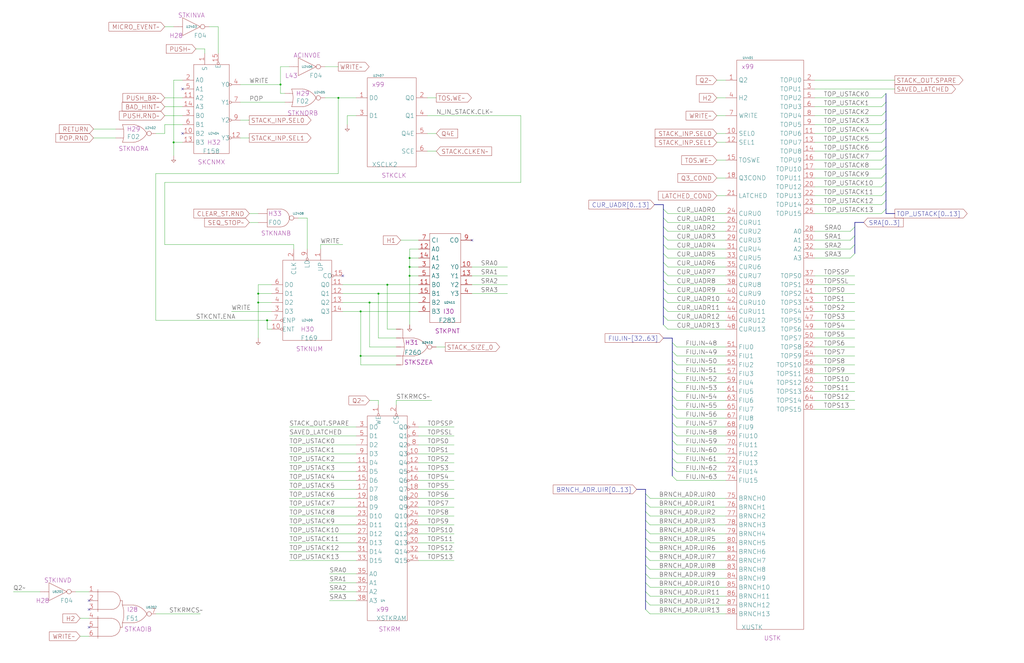
<source format=kicad_sch>
(kicad_sch (version 20230121) (generator eeschema)
  (paper "User" 584.2 378.46)
  (title_block (title "MICRO STACK INPUT MUX & RAMS") (date "22-MAY-90") (rev "1.0") (comment 1 "SEQUENCER") (comment 2 "232-003064") (comment 3 "S400") (comment 4 "RELEASED"))
  (junction (at 233.68 152.4))
  (junction (at 220.98 162.56))
  (junction (at 147.32 172.72))
  (junction (at 233.68 157.48))
  (junction (at 205.74 177.8))
  (junction (at 215.9 167.64))
  (junction (at 99.06 81.28))
  (junction (at 210.82 172.72))
  (junction (at 160.02 48.26))
  (junction (at 205.74 203.2))
  (junction (at 147.32 167.64))
  (junction (at 233.68 147.32))
  (junction (at 152.4 182.88))
  (junction (at 193.04 55.88))
  (no_connect (at 50.8 347.98))
  (no_connect (at 50.8 342.9))
  (no_connect (at 104.14 76.2))
  (no_connect (at 50.8 358.14))
  (no_connect (at 269.24 137.16))
  (no_connect (at 195.58 157.48))
  (no_connect (at 104.14 50.8))
  (bus_entry (at 383.54 205.74) (size 2.54 2.54))
  (bus_entry (at 505.46 78.74) (size -2.54 2.54))
  (bus_entry (at 368.3 347.98) (size 2.54 2.54))
  (bus_entry (at 378.46 124.46) (size 2.54 2.54))
  (bus_entry (at 383.54 215.9) (size 2.54 2.54))
  (bus_entry (at 368.3 302.26) (size 2.54 2.54))
  (bus_entry (at 505.46 109.22) (size -2.54 2.54))
  (bus_entry (at 383.54 226.06) (size 2.54 2.54))
  (bus_entry (at 368.3 317.5) (size 2.54 2.54))
  (bus_entry (at 505.46 83.82) (size -2.54 2.54))
  (bus_entry (at 383.54 251.46) (size 2.54 2.54))
  (bus_entry (at 383.54 261.62) (size 2.54 2.54))
  (bus_entry (at 378.46 139.7) (size 2.54 2.54))
  (bus_entry (at 368.3 322.58) (size 2.54 2.54))
  (bus_entry (at 505.46 114.3) (size -2.54 2.54))
  (bus_entry (at 383.54 246.38) (size 2.54 2.54))
  (bus_entry (at 505.46 99.06) (size -2.54 2.54))
  (bus_entry (at 378.46 149.86) (size 2.54 2.54))
  (bus_entry (at 368.3 327.66) (size 2.54 2.54))
  (bus_entry (at 378.46 180.34) (size 2.54 2.54))
  (bus_entry (at 487.68 129.54) (size -2.54 2.54))
  (bus_entry (at 383.54 236.22) (size 2.54 2.54))
  (bus_entry (at 378.46 134.62) (size 2.54 2.54))
  (bus_entry (at 383.54 220.98) (size 2.54 2.54))
  (bus_entry (at 368.3 307.34) (size 2.54 2.54))
  (bus_entry (at 378.46 154.94) (size 2.54 2.54))
  (bus_entry (at 378.46 165.1) (size 2.54 2.54))
  (bus_entry (at 487.68 134.62) (size -2.54 2.54))
  (bus_entry (at 505.46 119.38) (size -2.54 2.54))
  (bus_entry (at 383.54 210.82) (size 2.54 2.54))
  (bus_entry (at 505.46 104.14) (size -2.54 2.54))
  (bus_entry (at 487.68 144.78) (size -2.54 2.54))
  (bus_entry (at 383.54 195.58) (size 2.54 2.54))
  (bus_entry (at 383.54 231.14) (size 2.54 2.54))
  (bus_entry (at 383.54 256.54) (size 2.54 2.54))
  (bus_entry (at 368.3 281.94) (size 2.54 2.54))
  (bus_entry (at 505.46 58.42) (size -2.54 2.54))
  (bus_entry (at 368.3 332.74) (size 2.54 2.54))
  (bus_entry (at 368.3 292.1) (size 2.54 2.54))
  (bus_entry (at 505.46 68.58) (size -2.54 2.54))
  (bus_entry (at 383.54 200.66) (size 2.54 2.54))
  (bus_entry (at 368.3 342.9) (size 2.54 2.54))
  (bus_entry (at 368.3 312.42) (size 2.54 2.54))
  (bus_entry (at 383.54 271.78) (size 2.54 2.54))
  (bus_entry (at 383.54 266.7) (size 2.54 2.54))
  (bus_entry (at 505.46 93.98) (size -2.54 2.54))
  (bus_entry (at 487.68 139.7) (size -2.54 2.54))
  (bus_entry (at 505.46 63.5) (size -2.54 2.54))
  (bus_entry (at 378.46 160.02) (size 2.54 2.54))
  (bus_entry (at 378.46 119.38) (size 2.54 2.54))
  (bus_entry (at 368.3 297.18) (size 2.54 2.54))
  (bus_entry (at 368.3 287.02) (size 2.54 2.54))
  (bus_entry (at 383.54 241.3) (size 2.54 2.54))
  (bus_entry (at 505.46 73.66) (size -2.54 2.54))
  (bus_entry (at 378.46 144.78) (size 2.54 2.54))
  (bus_entry (at 378.46 175.26) (size 2.54 2.54))
  (bus_entry (at 378.46 185.42) (size 2.54 2.54))
  (bus_entry (at 368.3 337.82) (size 2.54 2.54))
  (bus_entry (at 505.46 88.9) (size -2.54 2.54))
  (bus_entry (at 505.46 53.34) (size -2.54 2.54))
  (bus_entry (at 378.46 129.54) (size 2.54 2.54))
  (bus_entry (at 378.46 170.18) (size 2.54 2.54))
  (wire (pts (xy 165.1 314.96) (xy 203.2 314.96)))
  (bus (pts (xy 505.46 119.38) (xy 505.46 121.92)))
  (wire (pts (xy 53.34 78.74) (xy 66.04 78.74)))
  (wire (pts (xy 464.82 60.96) (xy 502.92 60.96)))
  (bus (pts (xy 505.46 104.14) (xy 505.46 109.22)))
  (wire (pts (xy 248.92 198.12) (xy 254 198.12)))
  (wire (pts (xy 165.1 248.92) (xy 203.2 248.92)))
  (wire (pts (xy 464.82 76.2) (xy 502.92 76.2)))
  (wire (pts (xy 370.84 350.52) (xy 414.02 350.52)))
  (wire (pts (xy 160.02 53.34) (xy 160.02 48.26)))
  (wire (pts (xy 226.06 228.6) (xy 226.06 231.14)))
  (wire (pts (xy 238.76 294.64) (xy 259.08 294.64)))
  (bus (pts (xy 373.38 116.84) (xy 378.46 116.84)))
  (wire (pts (xy 238.76 248.92) (xy 259.08 248.92)))
  (wire (pts (xy 381 187.96) (xy 414.02 187.96)))
  (wire (pts (xy 238.76 254) (xy 259.08 254)))
  (wire (pts (xy 226.06 198.12) (xy 210.82 198.12)))
  (wire (pts (xy 93.98 55.88) (xy 104.14 55.88)))
  (wire (pts (xy 187.96 327.66) (xy 203.2 327.66)))
  (wire (pts (xy 205.74 177.8) (xy 205.74 203.2)))
  (wire (pts (xy 370.84 320.04) (xy 414.02 320.04)))
  (wire (pts (xy 238.76 299.72) (xy 259.08 299.72)))
  (wire (pts (xy 408.94 45.72) (xy 414.02 45.72)))
  (wire (pts (xy 210.82 228.6) (xy 215.9 228.6)))
  (wire (pts (xy 147.32 167.64) (xy 147.32 172.72)))
  (wire (pts (xy 233.68 157.48) (xy 238.76 157.48)))
  (wire (pts (xy 88.9 350.52) (xy 114.3 350.52)))
  (wire (pts (xy 142.24 121.92) (xy 147.32 121.92)))
  (wire (pts (xy 370.84 309.88) (xy 414.02 309.88)))
  (wire (pts (xy 464.82 208.28) (xy 487.68 208.28)))
  (wire (pts (xy 370.84 345.44) (xy 414.02 345.44)))
  (wire (pts (xy 45.72 353.06) (xy 50.8 353.06)))
  (wire (pts (xy 93.98 104.14) (xy 93.98 139.7)))
  (wire (pts (xy 238.76 147.32) (xy 233.68 147.32)))
  (wire (pts (xy 147.32 172.72) (xy 147.32 193.04)))
  (wire (pts (xy 99.06 81.28) (xy 99.06 88.9)))
  (wire (pts (xy 464.82 223.52) (xy 487.68 223.52)))
  (wire (pts (xy 187.96 332.74) (xy 203.2 332.74)))
  (wire (pts (xy 370.84 314.96) (xy 414.02 314.96)))
  (bus (pts (xy 368.3 322.58) (xy 368.3 327.66)))
  (wire (pts (xy 170.18 124.46) (xy 175.26 124.46)))
  (wire (pts (xy 464.82 66.04) (xy 502.92 66.04)))
  (wire (pts (xy 195.58 167.64) (xy 215.9 167.64)))
  (wire (pts (xy 175.26 124.46) (xy 175.26 142.24)))
  (wire (pts (xy 43.18 337.82) (xy 50.8 337.82)))
  (bus (pts (xy 378.46 185.42) (xy 378.46 180.34)))
  (wire (pts (xy 187.96 337.82) (xy 203.2 337.82)))
  (bus (pts (xy 383.54 193.04) (xy 383.54 195.58)))
  (wire (pts (xy 185.42 38.1) (xy 193.04 38.1)))
  (wire (pts (xy 195.58 177.8) (xy 205.74 177.8)))
  (bus (pts (xy 368.3 337.82) (xy 368.3 342.9)))
  (bus (pts (xy 368.3 327.66) (xy 368.3 332.74)))
  (wire (pts (xy 386.08 223.52) (xy 414.02 223.52)))
  (bus (pts (xy 368.3 292.1) (xy 368.3 297.18)))
  (wire (pts (xy 182.88 139.7) (xy 195.58 139.7)))
  (bus (pts (xy 368.3 287.02) (xy 368.3 292.1)))
  (wire (pts (xy 464.82 218.44) (xy 487.68 218.44)))
  (wire (pts (xy 165.1 264.16) (xy 203.2 264.16)))
  (wire (pts (xy 464.82 111.76) (xy 502.92 111.76)))
  (wire (pts (xy 238.76 274.32) (xy 259.08 274.32)))
  (bus (pts (xy 378.46 119.38) (xy 378.46 124.46)))
  (wire (pts (xy 238.76 243.84) (xy 259.08 243.84)))
  (wire (pts (xy 464.82 177.8) (xy 487.68 177.8)))
  (wire (pts (xy 297.18 66.04) (xy 297.18 104.14)))
  (bus (pts (xy 378.46 175.26) (xy 378.46 180.34)))
  (bus (pts (xy 378.46 124.46) (xy 378.46 129.54)))
  (bus (pts (xy 368.3 332.74) (xy 368.3 337.82)))
  (wire (pts (xy 464.82 45.72) (xy 510.54 45.72)))
  (wire (pts (xy 464.82 233.68) (xy 487.68 233.68)))
  (wire (pts (xy 386.08 213.36) (xy 414.02 213.36)))
  (wire (pts (xy 464.82 167.64) (xy 487.68 167.64)))
  (wire (pts (xy 408.94 76.2) (xy 414.02 76.2)))
  (wire (pts (xy 195.58 172.72) (xy 210.82 172.72)))
  (wire (pts (xy 137.16 78.74) (xy 142.24 78.74)))
  (wire (pts (xy 205.74 203.2) (xy 226.06 203.2)))
  (bus (pts (xy 378.46 119.38) (xy 378.46 116.84)))
  (wire (pts (xy 93.98 76.2) (xy 93.98 71.12)))
  (wire (pts (xy 243.84 86.36) (xy 248.92 86.36)))
  (bus (pts (xy 368.3 279.4) (xy 368.3 281.94)))
  (wire (pts (xy 238.76 264.16) (xy 259.08 264.16)))
  (wire (pts (xy 45.72 363.22) (xy 50.8 363.22)))
  (wire (pts (xy 464.82 91.44) (xy 502.92 91.44)))
  (wire (pts (xy 381 162.56) (xy 414.02 162.56)))
  (wire (pts (xy 210.82 172.72) (xy 210.82 198.12)))
  (wire (pts (xy 408.94 66.04) (xy 414.02 66.04)))
  (wire (pts (xy 165.1 259.08) (xy 203.2 259.08)))
  (wire (pts (xy 165.1 299.72) (xy 203.2 299.72)))
  (wire (pts (xy 238.76 314.96) (xy 259.08 314.96)))
  (wire (pts (xy 381 167.64) (xy 414.02 167.64)))
  (wire (pts (xy 210.82 172.72) (xy 238.76 172.72)))
  (wire (pts (xy 198.12 71.12) (xy 198.12 66.04)))
  (wire (pts (xy 464.82 81.28) (xy 502.92 81.28)))
  (wire (pts (xy 238.76 259.08) (xy 259.08 259.08)))
  (bus (pts (xy 383.54 210.82) (xy 383.54 215.9)))
  (wire (pts (xy 381 121.92) (xy 414.02 121.92)))
  (wire (pts (xy 88.9 182.88) (xy 152.4 182.88)))
  (wire (pts (xy 386.08 243.84) (xy 414.02 243.84)))
  (wire (pts (xy 238.76 142.24) (xy 233.68 142.24)))
  (wire (pts (xy 88.9 99.06) (xy 88.9 182.88)))
  (wire (pts (xy 408.94 101.6) (xy 414.02 101.6)))
  (wire (pts (xy 132.08 177.8) (xy 154.94 177.8)))
  (wire (pts (xy 269.24 167.64) (xy 289.56 167.64)))
  (wire (pts (xy 193.04 55.88) (xy 185.42 55.88)))
  (wire (pts (xy 111.76 27.94) (xy 116.84 27.94)))
  (bus (pts (xy 378.46 154.94) (xy 378.46 160.02)))
  (wire (pts (xy 464.82 193.04) (xy 487.68 193.04)))
  (bus (pts (xy 383.54 200.66) (xy 383.54 205.74)))
  (wire (pts (xy 88.9 76.2) (xy 93.98 76.2)))
  (bus (pts (xy 383.54 195.58) (xy 383.54 200.66)))
  (wire (pts (xy 198.12 66.04) (xy 203.2 66.04)))
  (wire (pts (xy 408.94 111.76) (xy 414.02 111.76)))
  (wire (pts (xy 370.84 340.36) (xy 414.02 340.36)))
  (wire (pts (xy 464.82 162.56) (xy 487.68 162.56)))
  (bus (pts (xy 505.46 83.82) (xy 505.46 88.9)))
  (wire (pts (xy 226.06 208.28) (xy 205.74 208.28)))
  (wire (pts (xy 381 147.32) (xy 414.02 147.32)))
  (wire (pts (xy 381 182.88) (xy 414.02 182.88)))
  (bus (pts (xy 383.54 256.54) (xy 383.54 261.62)))
  (wire (pts (xy 386.08 228.6) (xy 414.02 228.6)))
  (wire (pts (xy 485.14 142.24) (xy 464.82 142.24)))
  (wire (pts (xy 408.94 81.28) (xy 414.02 81.28)))
  (wire (pts (xy 381 157.48) (xy 414.02 157.48)))
  (bus (pts (xy 505.46 78.74) (xy 505.46 83.82)))
  (bus (pts (xy 368.3 342.9) (xy 368.3 347.98)))
  (wire (pts (xy 119.38 15.24) (xy 124.46 15.24)))
  (wire (pts (xy 165.1 284.48) (xy 203.2 284.48)))
  (wire (pts (xy 464.82 172.72) (xy 487.68 172.72)))
  (wire (pts (xy 137.16 48.26) (xy 160.02 48.26)))
  (wire (pts (xy 464.82 157.48) (xy 487.68 157.48)))
  (wire (pts (xy 165.1 279.4) (xy 203.2 279.4)))
  (wire (pts (xy 187.96 342.9) (xy 203.2 342.9)))
  (wire (pts (xy 165.1 320.04) (xy 203.2 320.04)))
  (wire (pts (xy 381 142.24) (xy 414.02 142.24)))
  (wire (pts (xy 238.76 279.4) (xy 259.08 279.4)))
  (wire (pts (xy 193.04 99.06) (xy 88.9 99.06)))
  (bus (pts (xy 505.46 99.06) (xy 505.46 104.14)))
  (wire (pts (xy 464.82 55.88) (xy 502.92 55.88)))
  (wire (pts (xy 269.24 162.56) (xy 289.56 162.56)))
  (bus (pts (xy 505.46 68.58) (xy 505.46 73.66)))
  (wire (pts (xy 99.06 45.72) (xy 99.06 81.28)))
  (bus (pts (xy 505.46 109.22) (xy 505.46 114.3)))
  (wire (pts (xy 464.82 187.96) (xy 487.68 187.96)))
  (bus (pts (xy 378.46 149.86) (xy 378.46 154.94)))
  (bus (pts (xy 383.54 215.9) (xy 383.54 220.98)))
  (wire (pts (xy 243.84 76.2) (xy 248.92 76.2)))
  (bus (pts (xy 505.46 63.5) (xy 505.46 68.58)))
  (bus (pts (xy 487.68 134.62) (xy 487.68 139.7)))
  (wire (pts (xy 464.82 228.6) (xy 487.68 228.6)))
  (wire (pts (xy 124.46 15.24) (xy 124.46 30.48)))
  (wire (pts (xy 220.98 162.56) (xy 220.98 187.96)))
  (wire (pts (xy 381 177.8) (xy 414.02 177.8)))
  (wire (pts (xy 142.24 127) (xy 147.32 127)))
  (bus (pts (xy 378.46 193.04) (xy 383.54 193.04)))
  (wire (pts (xy 464.82 86.36) (xy 502.92 86.36)))
  (wire (pts (xy 160.02 38.1) (xy 165.1 38.1)))
  (wire (pts (xy 243.84 55.88) (xy 248.92 55.88)))
  (wire (pts (xy 386.08 259.08) (xy 414.02 259.08)))
  (bus (pts (xy 383.54 241.3) (xy 383.54 236.22)))
  (wire (pts (xy 228.6 137.16) (xy 238.76 137.16)))
  (wire (pts (xy 386.08 264.16) (xy 414.02 264.16)))
  (wire (pts (xy 370.84 299.72) (xy 414.02 299.72)))
  (wire (pts (xy 238.76 152.4) (xy 233.68 152.4)))
  (bus (pts (xy 378.46 134.62) (xy 378.46 139.7)))
  (wire (pts (xy 165.1 294.64) (xy 203.2 294.64)))
  (wire (pts (xy 238.76 309.88) (xy 259.08 309.88)))
  (wire (pts (xy 485.14 137.16) (xy 464.82 137.16)))
  (wire (pts (xy 193.04 99.06) (xy 193.04 55.88)))
  (wire (pts (xy 381 172.72) (xy 414.02 172.72)))
  (bus (pts (xy 383.54 205.74) (xy 383.54 210.82)))
  (wire (pts (xy 137.16 58.42) (xy 162.56 58.42)))
  (wire (pts (xy 238.76 304.8) (xy 259.08 304.8)))
  (wire (pts (xy 167.64 139.7) (xy 167.64 142.24)))
  (wire (pts (xy 485.14 132.08) (xy 464.82 132.08)))
  (bus (pts (xy 505.46 58.42) (xy 505.46 63.5)))
  (wire (pts (xy 370.84 335.28) (xy 414.02 335.28)))
  (wire (pts (xy 215.9 228.6) (xy 215.9 231.14)))
  (wire (pts (xy 408.94 55.88) (xy 414.02 55.88)))
  (wire (pts (xy 381 132.08) (xy 414.02 132.08)))
  (wire (pts (xy 165.1 254) (xy 203.2 254)))
  (wire (pts (xy 233.68 185.42) (xy 233.68 157.48)))
  (wire (pts (xy 370.84 294.64) (xy 414.02 294.64)))
  (bus (pts (xy 368.3 302.26) (xy 368.3 307.34)))
  (wire (pts (xy 386.08 254) (xy 414.02 254)))
  (wire (pts (xy 408.94 91.44) (xy 414.02 91.44)))
  (wire (pts (xy 220.98 162.56) (xy 238.76 162.56)))
  (wire (pts (xy 116.84 30.48) (xy 116.84 27.94)))
  (wire (pts (xy 370.84 289.56) (xy 414.02 289.56)))
  (bus (pts (xy 505.46 93.98) (xy 505.46 99.06)))
  (wire (pts (xy 370.84 330.2) (xy 414.02 330.2)))
  (wire (pts (xy 147.32 172.72) (xy 154.94 172.72)))
  (wire (pts (xy 93.98 139.7) (xy 167.64 139.7)))
  (wire (pts (xy 215.9 167.64) (xy 238.76 167.64)))
  (wire (pts (xy 233.68 152.4) (xy 233.68 157.48)))
  (bus (pts (xy 368.3 302.26) (xy 368.3 297.18)))
  (wire (pts (xy 154.94 162.56) (xy 147.32 162.56)))
  (wire (pts (xy 370.84 325.12) (xy 414.02 325.12)))
  (wire (pts (xy 93.98 71.12) (xy 104.14 71.12)))
  (wire (pts (xy 370.84 304.8) (xy 414.02 304.8)))
  (bus (pts (xy 383.54 246.38) (xy 383.54 241.3)))
  (wire (pts (xy 165.1 269.24) (xy 203.2 269.24)))
  (wire (pts (xy 386.08 203.2) (xy 414.02 203.2)))
  (wire (pts (xy 233.68 147.32) (xy 233.68 152.4)))
  (bus (pts (xy 505.46 53.34) (xy 505.46 58.42)))
  (bus (pts (xy 383.54 251.46) (xy 383.54 246.38)))
  (bus (pts (xy 487.68 139.7) (xy 487.68 144.78)))
  (bus (pts (xy 383.54 261.62) (xy 383.54 266.7)))
  (wire (pts (xy 152.4 187.96) (xy 152.4 182.88)))
  (wire (pts (xy 464.82 106.68) (xy 502.92 106.68)))
  (wire (pts (xy 464.82 121.92) (xy 502.92 121.92)))
  (wire (pts (xy 205.74 208.28) (xy 205.74 203.2)))
  (wire (pts (xy 147.32 162.56) (xy 147.32 167.64)))
  (bus (pts (xy 378.46 144.78) (xy 378.46 149.86)))
  (wire (pts (xy 147.32 167.64) (xy 154.94 167.64)))
  (wire (pts (xy 226.06 187.96) (xy 220.98 187.96)))
  (bus (pts (xy 368.3 312.42) (xy 368.3 317.5)))
  (wire (pts (xy 154.94 182.88) (xy 152.4 182.88)))
  (wire (pts (xy 386.08 248.92) (xy 414.02 248.92)))
  (wire (pts (xy 386.08 208.28) (xy 414.02 208.28)))
  (wire (pts (xy 165.1 304.8) (xy 203.2 304.8)))
  (wire (pts (xy 464.82 198.12) (xy 487.68 198.12)))
  (wire (pts (xy 93.98 60.96) (xy 104.14 60.96)))
  (wire (pts (xy 381 127) (xy 414.02 127)))
  (wire (pts (xy 464.82 116.84) (xy 502.92 116.84)))
  (wire (pts (xy 215.9 167.64) (xy 215.9 193.04)))
  (wire (pts (xy 269.24 152.4) (xy 289.56 152.4)))
  (wire (pts (xy 53.34 73.66) (xy 66.04 73.66)))
  (wire (pts (xy 238.76 269.24) (xy 259.08 269.24)))
  (wire (pts (xy 381 152.4) (xy 414.02 152.4)))
  (bus (pts (xy 383.54 251.46) (xy 383.54 256.54)))
  (wire (pts (xy 464.82 213.36) (xy 487.68 213.36)))
  (wire (pts (xy 386.08 269.24) (xy 414.02 269.24)))
  (wire (pts (xy 464.82 203.2) (xy 487.68 203.2)))
  (wire (pts (xy 386.08 238.76) (xy 414.02 238.76)))
  (bus (pts (xy 487.68 129.54) (xy 487.68 134.62)))
  (wire (pts (xy 464.82 182.88) (xy 487.68 182.88)))
  (bus (pts (xy 378.46 170.18) (xy 378.46 175.26)))
  (bus (pts (xy 383.54 220.98) (xy 383.54 226.06)))
  (bus (pts (xy 368.3 307.34) (xy 368.3 312.42)))
  (bus (pts (xy 505.46 121.92) (xy 510.54 121.92)))
  (wire (pts (xy 99.06 81.28) (xy 104.14 81.28)))
  (wire (pts (xy 386.08 198.12) (xy 414.02 198.12)))
  (wire (pts (xy 464.82 101.6) (xy 502.92 101.6)))
  (wire (pts (xy 7.62 337.82) (xy 22.86 337.82)))
  (bus (pts (xy 383.54 226.06) (xy 383.54 231.14)))
  (wire (pts (xy 162.56 53.34) (xy 160.02 53.34)))
  (wire (pts (xy 485.14 147.32) (xy 464.82 147.32)))
  (wire (pts (xy 203.2 55.88) (xy 193.04 55.88)))
  (wire (pts (xy 464.82 50.8) (xy 510.54 50.8)))
  (bus (pts (xy 368.3 281.94) (xy 368.3 287.02)))
  (wire (pts (xy 243.84 66.04) (xy 297.18 66.04)))
  (wire (pts (xy 246.38 228.6) (xy 226.06 228.6)))
  (wire (pts (xy 386.08 233.68) (xy 414.02 233.68)))
  (wire (pts (xy 297.18 104.14) (xy 93.98 104.14)))
  (wire (pts (xy 386.08 274.32) (xy 414.02 274.32)))
  (wire (pts (xy 464.82 96.52) (xy 502.92 96.52)))
  (bus (pts (xy 487.68 127) (xy 492.76 127)))
  (wire (pts (xy 165.1 309.88) (xy 203.2 309.88)))
  (bus (pts (xy 378.46 129.54) (xy 378.46 134.62)))
  (bus (pts (xy 505.46 73.66) (xy 505.46 78.74)))
  (wire (pts (xy 93.98 15.24) (xy 99.06 15.24)))
  (wire (pts (xy 370.84 284.48) (xy 414.02 284.48)))
  (wire (pts (xy 233.68 142.24) (xy 233.68 147.32)))
  (wire (pts (xy 464.82 71.12) (xy 502.92 71.12)))
  (bus (pts (xy 378.46 165.1) (xy 378.46 170.18)))
  (bus (pts (xy 383.54 231.14) (xy 383.54 236.22)))
  (wire (pts (xy 182.88 142.24) (xy 182.88 139.7)))
  (bus (pts (xy 383.54 266.7) (xy 383.54 271.78)))
  (wire (pts (xy 238.76 284.48) (xy 259.08 284.48)))
  (wire (pts (xy 165.1 274.32) (xy 203.2 274.32)))
  (bus (pts (xy 505.46 88.9) (xy 505.46 93.98)))
  (wire (pts (xy 160.02 38.1) (xy 160.02 48.26)))
  (wire (pts (xy 104.14 45.72) (xy 99.06 45.72)))
  (wire (pts (xy 381 137.16) (xy 414.02 137.16)))
  (bus (pts (xy 505.46 114.3) (xy 505.46 119.38)))
  (wire (pts (xy 386.08 218.44) (xy 414.02 218.44)))
  (bus (pts (xy 378.46 160.02) (xy 378.46 165.1)))
  (wire (pts (xy 137.16 68.58) (xy 142.24 68.58)))
  (wire (pts (xy 195.58 162.56) (xy 220.98 162.56)))
  (wire (pts (xy 205.74 177.8) (xy 238.76 177.8)))
  (wire (pts (xy 154.94 187.96) (xy 152.4 187.96)))
  (wire (pts (xy 238.76 320.04) (xy 259.08 320.04)))
  (wire (pts (xy 165.1 289.56) (xy 203.2 289.56)))
  (wire (pts (xy 238.76 289.56) (xy 259.08 289.56)))
  (bus (pts (xy 378.46 139.7) (xy 378.46 144.78)))
  (bus (pts (xy 363.22 279.4) (xy 368.3 279.4)))
  (wire (pts (xy 165.1 243.84) (xy 203.2 243.84)))
  (bus (pts (xy 368.3 317.5) (xy 368.3 322.58)))
  (wire (pts (xy 226.06 193.04) (xy 215.9 193.04)))
  (bus (pts (xy 487.68 127) (xy 487.68 129.54)))
  (wire (pts (xy 93.98 66.04) (xy 104.14 66.04)))
  (wire (pts (xy 269.24 157.48) (xy 289.56 157.48)))
  (label "BRNCH_ADR.UIR4" (at 375.92 304.8 0) (effects (font (size 2.54 2.54))))
  (label "TOP_USTACK4" (at 165.1 274.32 0) (effects (font (size 2.54 2.54))))
  (label "TOP_USTACK7" (at 469.9 91.44 0) (effects (font (size 2.54 2.54))))
  (label "SRA1" (at 274.32 157.48 0) (effects (font (size 2.54 2.54))))
  (label "FIU.IN~58" (at 391.16 248.92 0) (effects (font (size 2.54 2.54))))
  (label "TOPSSL" (at 469.9 162.56 0) (effects (font (size 2.54 2.54))))
  (label "TOPS2" (at 469.9 177.8 0) (effects (font (size 2.54 2.54))))
  (label "BRNCH_ADR.UIR0" (at 375.92 284.48 0) (effects (font (size 2.54 2.54))))
  (label "SRA3" (at 480.06 147.32 180) (effects (font (size 2.54 2.54))))
  (label "CUR_UADR7" (at 386.08 157.48 0) (effects (font (size 2.54 2.54))))
  (label "TOPS0" (at 243.84 254 0) (effects (font (size 2.54 2.54))))
  (label "CUR_UADR5" (at 386.08 147.32 0) (effects (font (size 2.54 2.54))))
  (label "STACK_OUT.SPARE" (at 165.1 243.84 0) (effects (font (size 2.54 2.54))))
  (label "CUR_UADR11" (at 386.08 177.8 0) (effects (font (size 2.54 2.54))))
  (label "TOPS9" (at 243.84 299.72 0) (effects (font (size 2.54 2.54))))
  (label "TOPS7" (at 469.9 203.2 0) (effects (font (size 2.54 2.54))))
  (label "FIU.IN~49" (at 391.16 203.2 0) (effects (font (size 2.54 2.54))))
  (label "CUR_UADR9" (at 386.08 167.64 0) (effects (font (size 2.54 2.54))))
  (label "BRNCH_ADR.UIR10" (at 375.92 335.28 0) (effects (font (size 2.54 2.54))))
  (label "SRA1" (at 480.06 137.16 180) (effects (font (size 2.54 2.54))))
  (label "SRA2" (at 187.96 337.82 0) (effects (font (size 2.54 2.54))))
  (label "TOP_USTACK0" (at 165.1 254 0) (effects (font (size 2.54 2.54))))
  (label "TOP_USTACK5" (at 165.1 279.4 0) (effects (font (size 2.54 2.54))))
  (label "Q2~" (at 7.62 337.82 0) (effects (font (size 2.54 2.54))))
  (label "TOPS12" (at 469.9 228.6 0) (effects (font (size 2.54 2.54))))
  (label "FIU.IN~55" (at 391.16 233.68 0) (effects (font (size 2.54 2.54))))
  (label "WRITE" (at 182.88 139.7 0) (effects (font (size 2.54 2.54))))
  (label "CUR_UADR6" (at 386.08 152.4 0) (effects (font (size 2.54 2.54))))
  (label "BRNCH_ADR.UIR2" (at 375.92 294.64 0) (effects (font (size 2.54 2.54))))
  (label "TOPS6" (at 243.84 284.48 0) (effects (font (size 2.54 2.54))))
  (label "TOPS12" (at 243.84 314.96 0) (effects (font (size 2.54 2.54))))
  (label "TOP_USTACK6" (at 165.1 284.48 0) (effects (font (size 2.54 2.54))))
  (label "TOP_USTACK9" (at 469.9 101.6 0) (effects (font (size 2.54 2.54))))
  (label "TOP_USTACK6" (at 469.9 86.36 0) (effects (font (size 2.54 2.54))))
  (label "FIU.IN~53" (at 391.16 223.52 0) (effects (font (size 2.54 2.54))))
  (label "FIU.IN~60" (at 391.16 259.08 0) (effects (font (size 2.54 2.54))))
  (label "SRA0" (at 480.06 132.08 180) (effects (font (size 2.54 2.54))))
  (label "BRNCH_ADR.UIR7" (at 375.92 320.04 0) (effects (font (size 2.54 2.54))))
  (label "TOP_USTACK9" (at 165.1 299.72 0) (effects (font (size 2.54 2.54))))
  (label "TOPS11" (at 469.9 223.52 0) (effects (font (size 2.54 2.54))))
  (label "TOPS4" (at 469.9 187.96 0) (effects (font (size 2.54 2.54))))
  (label "FIU.IN~59" (at 391.16 254 0) (effects (font (size 2.54 2.54))))
  (label "SRA3" (at 187.96 342.9 0) (effects (font (size 2.54 2.54))))
  (label "WRITE" (at 142.24 48.26 0) (effects (font (size 2.54 2.54))))
  (label "SRA2" (at 480.06 142.24 180) (effects (font (size 2.54 2.54))))
  (label "TOP_USTACK2" (at 165.1 264.16 0) (effects (font (size 2.54 2.54))))
  (label "TOPS11" (at 243.84 309.88 0) (effects (font (size 2.54 2.54))))
  (label "CUR_UADR0" (at 386.08 121.92 0) (effects (font (size 2.54 2.54))))
  (label "BRNCH_ADR.UIR13" (at 375.92 350.52 0) (effects (font (size 2.54 2.54))))
  (label "BRNCH_ADR.UIR1" (at 375.92 289.56 0) (effects (font (size 2.54 2.54))))
  (label "CUR_UADR13" (at 386.08 187.96 0) (effects (font (size 2.54 2.54))))
  (label "STKRMCS~" (at 96.52 350.52 0) (effects (font (size 2.54 2.54))))
  (label "TOPS9" (at 469.9 213.36 0) (effects (font (size 2.54 2.54))))
  (label "TOPS5" (at 469.9 193.04 0) (effects (font (size 2.54 2.54))))
  (label "TOPS8" (at 469.9 208.28 0) (effects (font (size 2.54 2.54))))
  (label "CUR_UADR4" (at 386.08 142.24 0) (effects (font (size 2.54 2.54))))
  (label "FIU.IN~62" (at 391.16 269.24 0) (effects (font (size 2.54 2.54))))
  (label "WRITE" (at 132.08 177.8 0) (effects (font (size 2.54 2.54))))
  (label "TOPSSP" (at 243.84 243.84 0) (effects (font (size 2.54 2.54))))
  (label "SRA1" (at 187.96 332.74 0) (effects (font (size 2.54 2.54))))
  (label "TOPS1" (at 469.9 172.72 0) (effects (font (size 2.54 2.54))))
  (label "TOP_USTACK11" (at 469.9 111.76 0) (effects (font (size 2.54 2.54))))
  (label "CUR_UADR2" (at 386.08 132.08 0) (effects (font (size 2.54 2.54))))
  (label "CUR_UADR1" (at 386.08 127 0) (effects (font (size 2.54 2.54))))
  (label "TOPSSL" (at 243.84 248.92 0) (effects (font (size 2.54 2.54))))
  (label "STKCNT.ENA" (at 111.76 182.88 0) (effects (font (size 2.54 2.54))))
  (label "TOP_USTACK1" (at 165.1 259.08 0) (effects (font (size 2.54 2.54))))
  (label "TOPS13" (at 469.9 233.68 0) (effects (font (size 2.54 2.54))))
  (label "TOPS0" (at 469.9 167.64 0) (effects (font (size 2.54 2.54))))
  (label "TOP_USTACK3" (at 165.1 269.24 0) (effects (font (size 2.54 2.54))))
  (label "SRA3" (at 274.32 167.64 0) (effects (font (size 2.54 2.54))))
  (label "TOP_USTACK3" (at 469.9 71.12 0) (effects (font (size 2.54 2.54))))
  (label "FIU.IN~54" (at 391.16 228.6 0) (effects (font (size 2.54 2.54))))
  (label "FIU.IN~56" (at 391.16 238.76 0) (effects (font (size 2.54 2.54))))
  (label "TOPS1" (at 243.84 259.08 0) (effects (font (size 2.54 2.54))))
  (label "CUR_UADR3" (at 386.08 137.16 0) (effects (font (size 2.54 2.54))))
  (label "TOP_USTACK4" (at 469.9 76.2 0) (effects (font (size 2.54 2.54))))
  (label "FIU.IN~51" (at 391.16 213.36 0) (effects (font (size 2.54 2.54))))
  (label "TOPS2" (at 243.84 264.16 0) (effects (font (size 2.54 2.54))))
  (label "TOP_USTACK1" (at 469.9 60.96 0) (effects (font (size 2.54 2.54))))
  (label "TOP_USTACK10" (at 469.9 106.68 0) (effects (font (size 2.54 2.54))))
  (label "TOPS8" (at 243.84 294.64 0) (effects (font (size 2.54 2.54))))
  (label "TOPS10" (at 243.84 304.8 0) (effects (font (size 2.54 2.54))))
  (label "FIU.IN~50" (at 391.16 208.28 0) (effects (font (size 2.54 2.54))))
  (label "BRNCH_ADR.UIR6" (at 375.92 314.96 0) (effects (font (size 2.54 2.54))))
  (label "FIU.IN~63" (at 391.16 274.32 0) (effects (font (size 2.54 2.54))))
  (label "FIU.IN~48" (at 391.16 198.12 0) (effects (font (size 2.54 2.54))))
  (label "TOP_USTACK7" (at 165.1 289.56 0) (effects (font (size 2.54 2.54))))
  (label "TOP_USTACK0" (at 469.9 55.88 0) (effects (font (size 2.54 2.54))))
  (label "TOP_USTACK5" (at 469.9 81.28 0) (effects (font (size 2.54 2.54))))
  (label "TOPS13" (at 243.84 320.04 0) (effects (font (size 2.54 2.54))))
  (label "TOPS4" (at 243.84 274.32 0) (effects (font (size 2.54 2.54))))
  (label "BRNCH_ADR.UIR5" (at 375.92 309.88 0) (effects (font (size 2.54 2.54))))
  (label "N_IN_STACK.CLK~" (at 248.92 66.04 0) (effects (font (size 2.54 2.54))))
  (label "FIU.IN~61" (at 391.16 264.16 0) (effects (font (size 2.54 2.54))))
  (label "SAVED_LATCHED" (at 165.1 248.92 0) (effects (font (size 2.54 2.54))))
  (label "STKRMCS~" (at 226.06 228.6 0) (effects (font (size 2.54 2.54))))
  (label "FIU.IN~57" (at 391.16 243.84 0) (effects (font (size 2.54 2.54))))
  (label "SRA2" (at 274.32 162.56 0) (effects (font (size 2.54 2.54))))
  (label "TOP_USTACK13" (at 165.1 320.04 0) (effects (font (size 2.54 2.54))))
  (label "SRA0" (at 187.96 327.66 0) (effects (font (size 2.54 2.54))))
  (label "TOP_USTACK8" (at 469.9 96.52 0) (effects (font (size 2.54 2.54))))
  (label "TOP_USTACK8" (at 165.1 294.64 0) (effects (font (size 2.54 2.54))))
  (label "TOPS3" (at 469.9 182.88 0) (effects (font (size 2.54 2.54))))
  (label "TOPSSP" (at 469.9 157.48 0) (effects (font (size 2.54 2.54))))
  (label "SRA0" (at 274.32 152.4 0) (effects (font (size 2.54 2.54))))
  (label "TOPS10" (at 469.9 218.44 0) (effects (font (size 2.54 2.54))))
  (label "CUR_UADR8" (at 386.08 162.56 0) (effects (font (size 2.54 2.54))))
  (label "TOPS6" (at 469.9 198.12 0) (effects (font (size 2.54 2.54))))
  (label "TOPS5" (at 243.84 279.4 0) (effects (font (size 2.54 2.54))))
  (label "CUR_UADR12" (at 386.08 182.88 0) (effects (font (size 2.54 2.54))))
  (label "TOPS7" (at 243.84 289.56 0) (effects (font (size 2.54 2.54))))
  (label "BRNCH_ADR.UIR3" (at 375.92 299.72 0) (effects (font (size 2.54 2.54))))
  (label "TOP_USTACK12" (at 165.1 314.96 0) (effects (font (size 2.54 2.54))))
  (label "BRNCH_ADR.UIR11" (at 375.92 340.36 0) (effects (font (size 2.54 2.54))))
  (label "TOP_USTACK11" (at 165.1 309.88 0) (effects (font (size 2.54 2.54))))
  (label "BRNCH_ADR.UIR12" (at 375.92 345.44 0) (effects (font (size 2.54 2.54))))
  (label "FIU.IN~52" (at 391.16 218.44 0) (effects (font (size 2.54 2.54))))
  (label "TOP_USTACK10" (at 165.1 304.8 0) (effects (font (size 2.54 2.54))))
  (label "BRNCH_ADR.UIR8" (at 375.92 325.12 0) (effects (font (size 2.54 2.54))))
  (label "TOP_USTACK12" (at 469.9 116.84 0) (effects (font (size 2.54 2.54))))
  (label "BRNCH_ADR.UIR9" (at 375.92 330.2 0) (effects (font (size 2.54 2.54))))
  (label "CUR_UADR10" (at 386.08 172.72 0) (effects (font (size 2.54 2.54))))
  (label "TOP_USTACK13" (at 469.9 121.92 0) (effects (font (size 2.54 2.54))))
  (label "TOP_USTACK2" (at 469.9 66.04 0) (effects (font (size 2.54 2.54))))
  (label "TOPS3" (at 243.84 269.24 0) (effects (font (size 2.54 2.54))))
  (label "POP" (at 142.24 58.42 0) (effects (font (size 2.54 2.54))))
  (global_label "Q4E" (shape input) (at 248.92 76.2 0) (effects (font (size 2.54 2.54))) (property "Intersheetrefs" "${INTERSHEET_REFS}" (at 262.2991 76.2 0) (effects (justify left))))
  (global_label "STACK_SIZE_0" (shape output) (at 254 198.12 0) (effects (font (size 2.54 2.54))) (property "Intersheetrefs" "${INTERSHEET_REFS}" (at 285.0727 197.9613 0) (effects (font (size 1.905 1.905)) (justify left))))
  (global_label "STACK_INP.SEL0" (shape input) (at 408.94 76.2 180) (effects (font (size 2.54 2.54))) (property "Intersheetrefs" "${INTERSHEET_REFS}" (at 373.755 76.0413 0) (effects (font (size 1.905 1.905)) (justify right))))
  (global_label "BRNCH_ADR.UIR[0..13]" (shape input) (at 363.22 279.4 180) (effects (font (size 2.54 2.54))) (property "Intersheetrefs" "${INTERSHEET_REFS}" (at 315.5769 279.2413 0) (effects (font (size 1.905 1.905)) (justify right))))
  (global_label "TOS.WE~" (shape input) (at 408.94 91.44 180) (effects (font (size 2.54 2.54))) (property "Intersheetrefs" "${INTERSHEET_REFS}" (at 388.874 91.2813 0) (effects (font (size 1.905 1.905)) (justify right))))
  (global_label "CLEAR_ST.RND" (shape input) (at 142.24 121.92 180) (effects (font (size 2.54 2.54))) (property "Intersheetrefs" "${INTERSHEET_REFS}" (at 110.5626 121.7613 0) (effects (font (size 1.905 1.905)) (justify right))))
  (global_label "Q2~" (shape input) (at 408.94 45.72 180) (effects (font (size 2.54 2.54))) (property "Intersheetrefs" "${INTERSHEET_REFS}" (at 397.2197 45.5613 0) (effects (font (size 1.905 1.905)) (justify right))))
  (global_label "Q2~" (shape input) (at 210.82 228.6 180) (effects (font (size 2.54 2.54))) (property "Intersheetrefs" "${INTERSHEET_REFS}" (at 199.0997 228.4413 0) (effects (font (size 1.905 1.905)) (justify right))))
  (global_label "STACK_INP.SEL1" (shape output) (at 142.24 78.74 0) (effects (font (size 2.54 2.54))) (property "Intersheetrefs" "${INTERSHEET_REFS}" (at 177.425 78.5813 0) (effects (font (size 1.905 1.905)) (justify left))))
  (global_label "STACK_INP.SEL1" (shape input) (at 408.94 81.28 180) (effects (font (size 2.54 2.54))) (property "Intersheetrefs" "${INTERSHEET_REFS}" (at 373.755 81.1213 0) (effects (font (size 1.905 1.905)) (justify right))))
  (global_label "SAVED_LATCHED" (shape output) (at 510.54 50.8 0) (effects (font (size 2.54 2.54))) (property "Intersheetrefs" "${INTERSHEET_REFS}" (at 546.2951 50.8 0) (effects (font (size 1.905 1.905)) (justify left))))
  (global_label "WRITE~" (shape output) (at 193.04 38.1 0) (effects (font (size 2.54 2.54))) (property "Intersheetrefs" "${INTERSHEET_REFS}" (at 210.566 37.9413 0) (effects (font (size 1.905 1.905)) (justify left))))
  (global_label "CUR_UADR[0..13]" (shape input) (at 373.38 116.84 180) (effects (font (size 2.54 2.54))) (property "Intersheetrefs" "${INTERSHEET_REFS}" (at 335.8969 116.6813 0) (effects (font (size 1.905 1.905)) (justify right))))
  (global_label "PUSH~" (shape input) (at 111.76 27.94 180) (effects (font (size 2.54 2.54))) (property "Intersheetrefs" "${INTERSHEET_REFS}" (at 94.8388 27.7813 0) (effects (font (size 1.905 1.905)) (justify right))))
  (global_label "MICRO_EVENT~" (shape input) (at 93.98 15.24 180) (effects (font (size 2.54 2.54))) (property "Intersheetrefs" "${INTERSHEET_REFS}" (at 62.1816 15.0813 0) (effects (font (size 1.905 1.905)) (justify right))))
  (global_label "SRA[0..3]" (shape input) (at 492.76 127 0) (effects (font (size 2.54 2.54))) (property "Intersheetrefs" "${INTERSHEET_REFS}" (at 515.747 126.8413 0) (effects (font (size 1.905 1.905)) (justify left))))
  (global_label "POP.RND" (shape input) (at 53.34 78.74 180) (effects (font (size 2.54 2.54))) (property "Intersheetrefs" "${INTERSHEET_REFS}" (at 31.8226 78.5813 0) (effects (font (size 1.905 1.905)) (justify right))))
  (global_label "H1" (shape input) (at 228.6 137.16 180) (effects (font (size 2.54 2.54))) (property "Intersheetrefs" "${INTERSHEET_REFS}" (at 218.694 137.0013 0) (effects (font (size 1.905 1.905)) (justify right))))
  (global_label "Q3_COND" (shape input) (at 408.94 101.6 180) (effects (font (size 2.54 2.54))) (property "Intersheetrefs" "${INTERSHEET_REFS}" (at 386.6969 101.4413 0) (effects (font (size 1.905 1.905)) (justify right))))
  (global_label "RETURN" (shape input) (at 53.34 73.66 180) (effects (font (size 2.54 2.54))) (property "Intersheetrefs" "${INTERSHEET_REFS}" (at 33.8788 73.5013 0) (effects (font (size 1.905 1.905)) (justify right))))
  (global_label "WRITE~" (shape input) (at 408.94 66.04 180) (effects (font (size 2.54 2.54))) (property "Intersheetrefs" "${INTERSHEET_REFS}" (at 391.414 65.8813 0) (effects (font (size 1.905 1.905)) (justify right))))
  (global_label "TOS.WE~" (shape output) (at 248.92 55.88 0) (effects (font (size 2.54 2.54))) (property "Intersheetrefs" "${INTERSHEET_REFS}" (at 268.986 55.7213 0) (effects (font (size 1.905 1.905)) (justify left))))
  (global_label "H2" (shape input) (at 408.94 55.88 180) (effects (font (size 2.54 2.54))) (property "Intersheetrefs" "${INTERSHEET_REFS}" (at 399.034 55.7213 0) (effects (font (size 1.905 1.905)) (justify right))))
  (global_label "FIU.IN~[32..63]" (shape input) (at 378.46 193.04 180) (effects (font (size 2.54 2.54))) (property "Intersheetrefs" "${INTERSHEET_REFS}" (at 345.2102 192.8813 0) (effects (font (size 1.905 1.905)) (justify right))))
  (global_label "TOP_USTACK[0..13]" (shape output) (at 510.54 121.92 0) (effects (font (size 2.54 2.54))) (property "Intersheetrefs" "${INTERSHEET_REFS}" (at 551.7727 121.7613 0) (effects (font (size 1.905 1.905)) (justify left))))
  (global_label "SEQ_STOP~" (shape input) (at 142.24 127 180) (effects (font (size 2.54 2.54))) (property "Intersheetrefs" "${INTERSHEET_REFS}" (at 116.7311 126.8413 0) (effects (font (size 1.905 1.905)) (justify right))))
  (global_label "LATCHED_COND" (shape input) (at 408.94 111.76 180) (effects (font (size 2.54 2.54))) (property "Intersheetrefs" "${INTERSHEET_REFS}" (at 375.5692 111.6013 0) (effects (font (size 1.905 1.905)) (justify right))))
  (global_label "PUSH_BR~" (shape input) (at 93.98 55.88 180) (effects (font (size 2.54 2.54))) (property "Intersheetrefs" "${INTERSHEET_REFS}" (at 70.0435 55.7213 0) (effects (font (size 1.905 1.905)) (justify right))))
  (global_label "WRITE~" (shape input) (at 45.72 363.22 180) (effects (font (size 2.54 2.54))) (property "Intersheetrefs" "${INTERSHEET_REFS}" (at 28.194 363.0613 0) (effects (font (size 1.905 1.905)) (justify right))))
  (global_label "PUSH.RND~" (shape input) (at 93.98 66.04 180) (effects (font (size 2.54 2.54))) (property "Intersheetrefs" "${INTERSHEET_REFS}" (at 68.1083 65.8813 0) (effects (font (size 1.905 1.905)) (justify right))))
  (global_label "STACK_OUT.SPARE" (shape output) (at 510.54 45.72 0) (effects (font (size 2.54 2.54))) (property "Intersheetrefs" "${INTERSHEET_REFS}" (at 550.5284 45.72 0) (effects (font (size 1.905 1.905)) (justify left))))
  (global_label "STACK.CLKEN~" (shape input) (at 248.92 86.36 0) (effects (font (size 2.54 2.54))) (property "Intersheetrefs" "${INTERSHEET_REFS}" (at 280.4765 86.2013 0) (effects (font (size 1.905 1.905)) (justify left))))
  (global_label "H2" (shape input) (at 45.72 353.06 180) (effects (font (size 2.54 2.54))) (property "Intersheetrefs" "${INTERSHEET_REFS}" (at 35.814 352.9013 0) (effects (font (size 1.905 1.905)) (justify right))))
  (global_label "STACK_INP.SEL0" (shape output) (at 142.24 68.58 0) (effects (font (size 2.54 2.54))) (property "Intersheetrefs" "${INTERSHEET_REFS}" (at 177.425 68.4213 0) (effects (font (size 1.905 1.905)) (justify left))))
  (global_label "BAD_HINT~" (shape input) (at 93.98 60.96 180) (effects (font (size 2.54 2.54))) (property "Intersheetrefs" "${INTERSHEET_REFS}" (at 69.6807 60.8013 0) (effects (font (size 1.905 1.905)) (justify right))))
  (symbol (lib_id "r1000:F169") (at 172.72 187.96 0) (unit 1)
    (property "Reference" "U2409" (at 175.26 182.88 0))
    (property "Value" "F169" (at 171.45 193.04 0) (effects (font (size 2.54 2.54)) (justify left)))
    (property "Location" "H30" (at 171.45 187.96 0) (effects (font (size 2.54 2.54)) (justify left)))
    (property "Name" "STKNUM" (at 176.53 200.66 0) (effects (font (size 2.54 2.54)) (justify bottom)))
  )
  (symbol (lib_id "r1000:PD") (at 99.06 88.9 0) (unit 1) (in_bom no)
    (property "Reference" "#PWR02401" (effects hide))
    (property "Value" "PD" (effects hide))
  )
  (symbol (lib_id "r1000:F02") (at 73.66 73.66 0) (unit 1)
    (property "Reference" "U2402" (at 85.82 73.025 0))
    (property "Value" "F02" (at 72.39 78.105 0) (effects (font (size 2.54 2.54)) (justify left)))
    (property "Location" "H29" (at 76.2 73.66 0) (effects (font (size 2.54 2.54))))
    (property "Name" "STKNORA" (at 76.2 86.36 0) (effects (font (size 2.54 2.54)) (justify bottom)))
  )
  (symbol (lib_id "r1000:PD") (at 147.32 193.04 0) (unit 1) (in_bom no)
    (property "Reference" "#PWR02403" (effects hide))
    (property "Value" "PD" (effects hide))
  )
  (symbol (lib_id "r1000:F04") (at 109.22 15.24 0) (unit 1)
    (property "Reference" "U2403" (at 109.22 15.24 0))
    (property "Value" "F04" (at 110.49 20.32 0) (effects (font (size 2.54 2.54)) (justify left)))
    (property "Location" "H28" (at 96.52 20.32 0) (effects (font (size 2.54 2.54)) (justify left)))
    (property "Name" "STKINVA" (at 109.22 10.16 0) (effects (font (size 2.54 2.54)) (justify bottom)))
  )
  (symbol (lib_id "r1000:F51") (at 73.66 347.98 0) (unit 1)
    (property "Reference" "U6202" (at 86.36 346.71 0))
    (property "Value" "F51" (at 75.565 353.06 0) (effects (font (size 2.54 2.54))))
    (property "Location" "I28" (at 75.565 347.98 0) (effects (font (size 2.54 2.54))))
    (property "Name" "STKAOIB" (at 78.74 360.68 0) (effects (font (size 2.54 2.54)) (justify bottom)))
  )
  (symbol (lib_id "r1000:F260") (at 233.68 195.58 0) (unit 1)
    (property "Reference" "U2410" (at 243.84 195.58 0))
    (property "Value" "F260" (at 235.585 201.295 0) (effects (font (size 2.54 2.54))))
    (property "Location" "H31" (at 234.95 195.58 0) (effects (font (size 2.54 2.54))))
    (property "Name" "STKSZEA" (at 238.76 208.28 0) (effects (font (size 2.54 2.54)) (justify bottom)))
  )
  (symbol (lib_id "r1000:PD") (at 198.12 71.12 0) (unit 1) (in_bom no)
    (property "Reference" "#PWR02402" (effects hide))
    (property "Value" "PD" (effects hide))
  )
  (symbol (lib_id "r1000:F283") (at 254 177.8 0) (unit 1)
    (property "Reference" "U2411" (at 256.54 172.72 0))
    (property "Value" "F283" (at 250.19 182.88 0) (effects (font (size 2.54 2.54)) (justify left)))
    (property "Location" "I30" (at 252.73 177.8 0) (effects (font (size 2.54 2.54)) (justify left)))
    (property "Name" "STKPNT" (at 255.27 190.5 0) (effects (font (size 2.54 2.54)) (justify bottom)))
  )
  (symbol (lib_id "r1000:F02") (at 170.18 53.34 0) (unit 1)
    (property "Reference" "U2405" (at 182.34 52.705 0))
    (property "Value" "F02" (at 168.91 57.785 0) (effects (font (size 2.54 2.54)) (justify left)))
    (property "Location" "H29" (at 172.72 53.34 0) (effects (font (size 2.54 2.54))))
    (property "Name" "STKNORB" (at 172.72 66.04 0) (effects (font (size 2.54 2.54)) (justify bottom)))
  )
  (symbol (lib_id "r1000:XSCLK2") (at 213.36 48.26 0) (unit 1)
    (property "Reference" "U2407" (at 215.9 43.18 0))
    (property "Value" "XSCLK2" (at 212.09 93.98 0) (effects (font (size 2.54 2.54)) (justify left)))
    (property "Location" "x99" (at 212.09 48.26 0) (effects (font (size 2.54 2.54)) (justify left)))
    (property "Name" "STKCLK" (at 224.79 101.6 0) (effects (font (size 2.54 2.54)) (justify bottom)))
  )
  (symbol (lib_id "r1000:XUSTK") (at 424.18 38.1 0) (unit 1)
    (property "Reference" "U4401" (at 426.72 33.02 0))
    (property "Value" "XUSTK" (at 422.91 358.14 0) (effects (font (size 2.54 2.54)) (justify left)))
    (property "Location" "x99" (at 422.91 38.1 0) (effects (font (size 2.54 2.54)) (justify left)))
    (property "Name" "USTK" (at 440.69 365.76 0) (effects (font (size 2.54 2.54)) (justify bottom)))
  )
  (symbol (lib_id "r1000:F04") (at 33.02 337.82 0) (unit 1)
    (property "Reference" "U6201" (at 33.02 337.82 0))
    (property "Value" "F04" (at 34.29 342.9 0) (effects (font (size 2.54 2.54)) (justify left)))
    (property "Location" "H28" (at 20.32 342.9 0) (effects (font (size 2.54 2.54)) (justify left)))
    (property "Name" "STKINVD" (at 33.02 332.74 0) (effects (font (size 2.54 2.54)) (justify bottom)))
  )
  (symbol (lib_id "r1000:F158") (at 119.38 81.28 0) (unit 1)
    (property "Reference" "U2404" (at 121.92 76.2 0))
    (property "Value" "F158" (at 115.57 86.36 0) (effects (font (size 2.54 2.54)) (justify left)))
    (property "Location" "H32" (at 118.11 81.28 0) (effects (font (size 2.54 2.54)) (justify left)))
    (property "Name" "SKCNMX" (at 120.65 93.98 0) (effects (font (size 2.54 2.54)) (justify bottom)))
  )
  (symbol (lib_id "r1000:XSTKRAM") (at 215.9 347.98 0) (unit 1)
    (property "Reference" "U4" (at 218.44 342.9 0))
    (property "Value" "XSTKRAM" (at 214.63 353.06 0) (effects (font (size 2.54 2.54)) (justify left)))
    (property "Location" "x99" (at 214.63 347.98 0) (effects (font (size 2.54 2.54)) (justify left)))
    (property "Name" "STKRM" (at 222.25 360.68 0) (effects (font (size 2.54 2.54)) (justify bottom)))
  )
  (symbol (lib_id "r1000:F04") (at 175.26 38.1 0) (unit 1)
    (property "Reference" "U2406" (at 175.26 38.1 0))
    (property "Value" "F04" (at 176.53 43.18 0) (effects (font (size 2.54 2.54)) (justify left)))
    (property "Location" "L43" (at 162.56 43.18 0) (effects (font (size 2.54 2.54)) (justify left)))
    (property "Name" "ACINV0E" (at 175.26 33.02 0) (effects (font (size 2.54 2.54)) (justify bottom)))
  )
  (symbol (lib_id "r1000:F00") (at 154.94 121.92 0) (unit 1)
    (property "Reference" "U2408" (at 170.18 121.92 0))
    (property "Value" "F00" (at 156.845 127 0) (effects (font (size 2.54 2.54))))
    (property "Location" "H33" (at 156.845 121.92 0) (effects (font (size 2.54 2.54))))
    (property "Name" "STKNANB" (at 157.48 134.62 0) (effects (font (size 2.54 2.54)) (justify bottom)))
  )
  (symbol (lib_id "r1000:PD") (at 233.68 185.42 0) (unit 1) (in_bom no)
    (property "Reference" "#PWR02404" (effects hide))
    (property "Value" "PD" (effects hide))
  )
)
</source>
